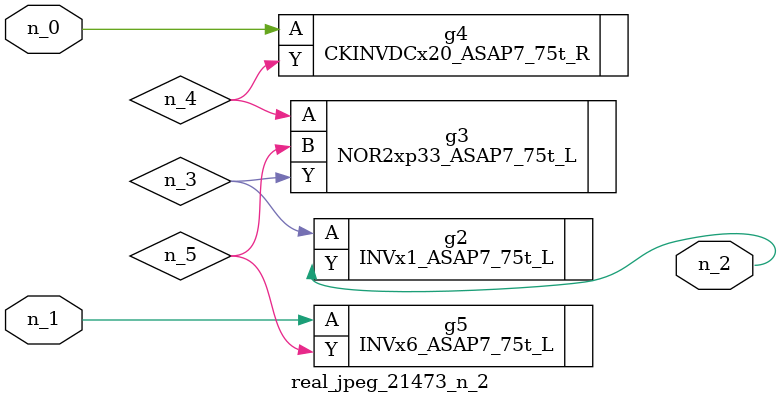
<source format=v>
module real_jpeg_21473_n_2 (n_1, n_0, n_2);

input n_1;
input n_0;

output n_2;

wire n_5;
wire n_4;
wire n_3;

CKINVDCx20_ASAP7_75t_R g4 ( 
.A(n_0),
.Y(n_4)
);

INVx6_ASAP7_75t_L g5 ( 
.A(n_1),
.Y(n_5)
);

INVx1_ASAP7_75t_L g2 ( 
.A(n_3),
.Y(n_2)
);

NOR2xp33_ASAP7_75t_L g3 ( 
.A(n_4),
.B(n_5),
.Y(n_3)
);


endmodule
</source>
